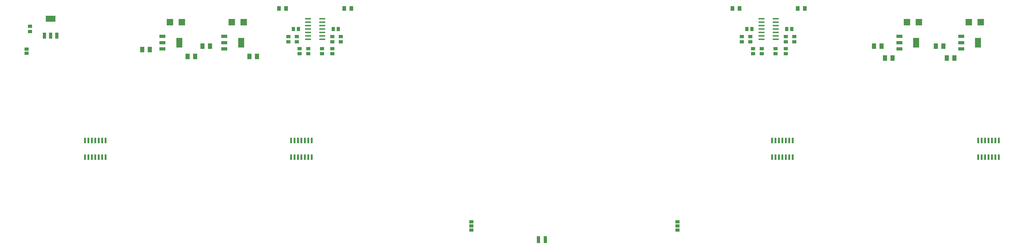
<source format=gbr>
G04 EAGLE Gerber X2 export*
%TF.Part,Single*%
%TF.FileFunction,Paste,Bot*%
%TF.FilePolarity,Positive*%
%TF.GenerationSoftware,Autodesk,EAGLE,9.0.1*%
%TF.CreationDate,2018-06-01T15:48:08Z*%
G75*
%MOMM*%
%FSLAX34Y34*%
%LPD*%
%AMOC8*
5,1,8,0,0,1.08239X$1,22.5*%
G01*
%ADD10R,0.660400X2.032000*%
%ADD11R,1.500000X1.300000*%
%ADD12R,1.219200X2.235200*%
%ADD13R,3.600000X2.200000*%
%ADD14R,2.235200X1.219200*%
%ADD15R,2.200000X3.600000*%
%ADD16R,1.600000X2.000000*%
%ADD17R,2.400000X2.400000*%
%ADD18R,2.200000X0.600000*%
%ADD19R,1.600000X1.300000*%
%ADD20R,1.300000X1.600000*%
%ADD21R,1.600200X1.168400*%
%ADD22R,1.400000X1.800000*%
%ADD23R,1.270000X2.540000*%


D10*
X342900Y411734D03*
X342900Y350266D03*
X355600Y411734D03*
X368300Y411734D03*
X355600Y350266D03*
X368300Y350266D03*
X381000Y411734D03*
X381000Y350266D03*
X393700Y411734D03*
X406400Y411734D03*
X393700Y350266D03*
X406400Y350266D03*
X419100Y411734D03*
X419100Y350266D03*
D11*
X139700Y835000D03*
X139700Y816000D03*
D12*
X239014Y800862D03*
X215900Y800862D03*
X192786Y800862D03*
D13*
X215900Y862840D03*
D10*
X1104900Y411734D03*
X1104900Y350266D03*
X1117600Y411734D03*
X1130300Y411734D03*
X1117600Y350266D03*
X1130300Y350266D03*
X1143000Y411734D03*
X1143000Y350266D03*
X1155700Y411734D03*
X1168400Y411734D03*
X1155700Y350266D03*
X1168400Y350266D03*
X1181100Y411734D03*
X1181100Y350266D03*
D14*
X858012Y751586D03*
X858012Y774700D03*
X858012Y797814D03*
D15*
X919990Y774700D03*
D16*
X979200Y723900D03*
X951200Y723900D03*
D17*
X886050Y850900D03*
X930050Y850900D03*
D16*
X777210Y762000D03*
X805210Y762000D03*
D14*
X629412Y751586D03*
X629412Y774700D03*
X629412Y797814D03*
D15*
X691390Y774700D03*
D16*
X750600Y723900D03*
X722600Y723900D03*
D17*
X657450Y850900D03*
X701450Y850900D03*
D16*
X554960Y749300D03*
X582960Y749300D03*
D18*
X1219800Y850900D03*
X1167800Y850900D03*
X1219800Y863600D03*
X1219800Y838200D03*
X1219800Y825500D03*
X1167800Y863600D03*
X1167800Y838200D03*
X1167800Y825500D03*
X1219800Y800100D03*
X1167800Y800100D03*
X1219800Y812800D03*
X1219800Y787400D03*
X1167800Y812800D03*
X1167800Y787400D03*
D19*
X1257300Y777900D03*
X1257300Y796900D03*
X1289050Y796900D03*
X1289050Y777900D03*
X1257300Y733450D03*
X1257300Y752450D03*
X1219200Y752450D03*
X1219200Y733450D03*
D20*
X1260500Y825500D03*
X1279500Y825500D03*
D19*
X1126490Y796900D03*
X1126490Y777900D03*
X1094740Y777900D03*
X1094740Y796900D03*
X1136650Y733450D03*
X1136650Y752450D03*
X1168400Y752450D03*
X1168400Y733450D03*
D20*
X1132180Y825500D03*
X1113180Y825500D03*
D21*
X127000Y750570D03*
X127000Y735330D03*
D22*
X1301162Y901700D03*
X1327738Y901700D03*
X1086438Y901700D03*
X1059862Y901700D03*
D10*
X2882900Y411734D03*
X2882900Y350266D03*
X2895600Y411734D03*
X2908300Y411734D03*
X2895600Y350266D03*
X2908300Y350266D03*
X2921000Y411734D03*
X2921000Y350266D03*
X2933700Y411734D03*
X2946400Y411734D03*
X2933700Y350266D03*
X2946400Y350266D03*
X2959100Y411734D03*
X2959100Y350266D03*
X3644900Y411734D03*
X3644900Y350266D03*
X3657600Y411734D03*
X3670300Y411734D03*
X3657600Y350266D03*
X3670300Y350266D03*
X3683000Y411734D03*
X3683000Y350266D03*
X3695700Y411734D03*
X3708400Y411734D03*
X3695700Y350266D03*
X3708400Y350266D03*
X3721100Y411734D03*
X3721100Y350266D03*
D14*
X3582162Y751586D03*
X3582162Y774700D03*
X3582162Y797814D03*
D15*
X3644140Y774700D03*
D16*
X3529300Y717550D03*
X3557300Y717550D03*
D17*
X3610200Y850900D03*
X3654200Y850900D03*
D16*
X3488660Y762000D03*
X3516660Y762000D03*
D14*
X3353562Y751586D03*
X3353562Y774700D03*
X3353562Y797814D03*
D15*
X3415540Y774700D03*
D16*
X3300700Y717550D03*
X3328700Y717550D03*
D17*
X3381600Y850900D03*
X3425600Y850900D03*
D16*
X3260060Y762000D03*
X3288060Y762000D03*
D18*
X2896200Y850900D03*
X2844200Y850900D03*
X2896200Y863600D03*
X2896200Y838200D03*
X2896200Y825500D03*
X2844200Y863600D03*
X2844200Y838200D03*
X2844200Y825500D03*
X2896200Y800100D03*
X2844200Y800100D03*
X2896200Y812800D03*
X2896200Y787400D03*
X2844200Y812800D03*
X2844200Y787400D03*
D19*
X2933700Y777900D03*
X2933700Y796900D03*
X2965450Y796900D03*
X2965450Y777900D03*
X2933700Y733450D03*
X2933700Y752450D03*
X2895600Y752450D03*
X2895600Y733450D03*
D20*
X2936900Y825500D03*
X2955900Y825500D03*
D19*
X2802890Y796900D03*
X2802890Y777900D03*
X2771140Y777900D03*
X2771140Y796900D03*
X2813050Y733450D03*
X2813050Y752450D03*
X2844800Y752450D03*
X2844800Y733450D03*
D20*
X2808580Y825500D03*
X2789580Y825500D03*
D22*
X2977562Y901700D03*
X3004138Y901700D03*
X2762838Y901700D03*
X2736262Y901700D03*
D23*
X2044700Y44450D03*
X2019300Y44450D03*
D21*
X1771650Y110490D03*
X1771650Y95250D03*
X1771650Y80010D03*
X2533650Y110490D03*
X2533650Y95250D03*
X2533650Y80010D03*
M02*

</source>
